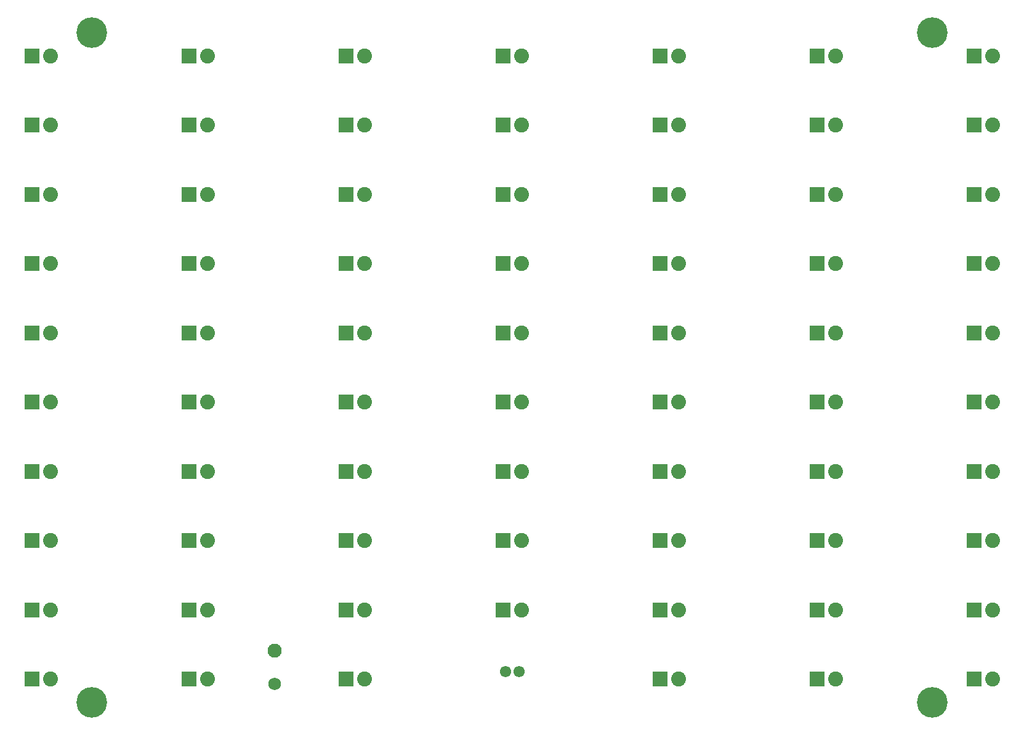
<source format=gts>
G04 #@! TF.FileFunction,Soldermask,Top*
%FSLAX46Y46*%
G04 Gerber Fmt 4.6, Leading zero omitted, Abs format (unit mm)*
G04 Created by KiCad (PCBNEW 4.0.1-stable) date 14/10/2016 00:42:30*
%MOMM*%
G01*
G04 APERTURE LIST*
%ADD10C,0.020000*%
%ADD11R,2.052400X2.152400*%
%ADD12C,2.052400*%
%ADD13C,1.552400*%
%ADD14C,4.216400*%
%ADD15C,1.752400*%
%ADD16C,1.952400*%
G04 APERTURE END LIST*
D10*
D11*
X240030000Y-182880000D03*
D12*
X242570000Y-182880000D03*
D11*
X240030000Y-173355000D03*
D12*
X242570000Y-173355000D03*
D11*
X283210000Y-173355000D03*
D12*
X285750000Y-173355000D03*
D11*
X218440000Y-106680000D03*
D12*
X220980000Y-106680000D03*
D11*
X261620000Y-106680000D03*
D12*
X264160000Y-106680000D03*
D11*
X283210000Y-116205000D03*
D12*
X285750000Y-116205000D03*
D13*
X218760000Y-181880000D03*
X220660000Y-181880000D03*
D14*
X161925000Y-93980000D03*
D11*
X283210000Y-97155000D03*
D12*
X285750000Y-97155000D03*
D11*
X283210000Y-106680000D03*
D12*
X285750000Y-106680000D03*
D11*
X283210000Y-125730000D03*
D12*
X285750000Y-125730000D03*
D11*
X283210000Y-135255000D03*
D12*
X285750000Y-135255000D03*
D11*
X283210000Y-144780000D03*
D12*
X285750000Y-144780000D03*
D11*
X283210000Y-154305000D03*
D12*
X285750000Y-154305000D03*
D11*
X283210000Y-163830000D03*
D12*
X285750000Y-163830000D03*
D11*
X283210000Y-182880000D03*
D12*
X285750000Y-182880000D03*
D11*
X261620000Y-97155000D03*
D12*
X264160000Y-97155000D03*
D11*
X261620000Y-116205000D03*
D12*
X264160000Y-116205000D03*
D11*
X261620000Y-125730000D03*
D12*
X264160000Y-125730000D03*
D11*
X261620000Y-135255000D03*
D12*
X264160000Y-135255000D03*
D11*
X261620000Y-144780000D03*
D12*
X264160000Y-144780000D03*
D11*
X261620000Y-154305000D03*
D12*
X264160000Y-154305000D03*
D11*
X261620000Y-163830000D03*
D12*
X264160000Y-163830000D03*
D11*
X261620000Y-173355000D03*
D12*
X264160000Y-173355000D03*
D11*
X261620000Y-182880000D03*
D12*
X264160000Y-182880000D03*
D11*
X240030000Y-97155000D03*
D12*
X242570000Y-97155000D03*
D11*
X240030000Y-106680000D03*
D12*
X242570000Y-106680000D03*
D11*
X240030000Y-116205000D03*
D12*
X242570000Y-116205000D03*
D11*
X240030000Y-125730000D03*
D12*
X242570000Y-125730000D03*
D11*
X240030000Y-135255000D03*
D12*
X242570000Y-135255000D03*
D11*
X240030000Y-144780000D03*
D12*
X242570000Y-144780000D03*
D11*
X240030000Y-154305000D03*
D12*
X242570000Y-154305000D03*
D11*
X240030000Y-163830000D03*
D12*
X242570000Y-163830000D03*
D11*
X218440000Y-97155000D03*
D12*
X220980000Y-97155000D03*
D11*
X218440000Y-116205000D03*
D12*
X220980000Y-116205000D03*
D11*
X218440000Y-125730000D03*
D12*
X220980000Y-125730000D03*
D11*
X218440000Y-135255000D03*
D12*
X220980000Y-135255000D03*
D11*
X218440000Y-144780000D03*
D12*
X220980000Y-144780000D03*
D11*
X218440000Y-154305000D03*
D12*
X220980000Y-154305000D03*
D11*
X218440000Y-163830000D03*
D12*
X220980000Y-163830000D03*
D11*
X218440000Y-173355000D03*
D12*
X220980000Y-173355000D03*
D11*
X196850000Y-97155000D03*
D12*
X199390000Y-97155000D03*
D11*
X196850000Y-106680000D03*
D12*
X199390000Y-106680000D03*
D11*
X196850000Y-116205000D03*
D12*
X199390000Y-116205000D03*
D11*
X196850000Y-135255000D03*
D12*
X199390000Y-135255000D03*
D11*
X196850000Y-144780000D03*
D12*
X199390000Y-144780000D03*
D11*
X196850000Y-154305000D03*
D12*
X199390000Y-154305000D03*
D11*
X196850000Y-163830000D03*
D12*
X199390000Y-163830000D03*
D11*
X196850000Y-173355000D03*
D12*
X199390000Y-173355000D03*
D11*
X196850000Y-182880000D03*
D12*
X199390000Y-182880000D03*
D11*
X175260000Y-97155000D03*
D12*
X177800000Y-97155000D03*
D11*
X175260000Y-106680000D03*
D12*
X177800000Y-106680000D03*
D11*
X175260000Y-116205000D03*
D12*
X177800000Y-116205000D03*
D11*
X175260000Y-125730000D03*
D12*
X177800000Y-125730000D03*
D11*
X175260000Y-135255000D03*
D12*
X177800000Y-135255000D03*
D11*
X175260000Y-144780000D03*
D12*
X177800000Y-144780000D03*
D11*
X175260000Y-154305000D03*
D12*
X177800000Y-154305000D03*
D11*
X175260000Y-163830000D03*
D12*
X177800000Y-163830000D03*
D11*
X175260000Y-173355000D03*
D12*
X177800000Y-173355000D03*
D11*
X175260000Y-182880000D03*
D12*
X177800000Y-182880000D03*
D11*
X153670000Y-97155000D03*
D12*
X156210000Y-97155000D03*
D11*
X153670000Y-106680000D03*
D12*
X156210000Y-106680000D03*
D11*
X153670000Y-116205000D03*
D12*
X156210000Y-116205000D03*
D11*
X153670000Y-125730000D03*
D12*
X156210000Y-125730000D03*
D11*
X153670000Y-135255000D03*
D12*
X156210000Y-135255000D03*
D11*
X153670000Y-144780000D03*
D12*
X156210000Y-144780000D03*
D11*
X153670000Y-154305000D03*
D12*
X156210000Y-154305000D03*
D11*
X153670000Y-163830000D03*
D12*
X156210000Y-163830000D03*
D11*
X153670000Y-173355000D03*
D12*
X156210000Y-173355000D03*
D14*
X277495000Y-93980000D03*
X161925000Y-186055000D03*
D11*
X153670000Y-182880000D03*
D12*
X156210000Y-182880000D03*
D14*
X277495000Y-186055000D03*
D15*
X187071000Y-183508000D03*
D16*
X187071000Y-179008000D03*
D11*
X196850000Y-125730000D03*
D12*
X199390000Y-125730000D03*
M02*

</source>
